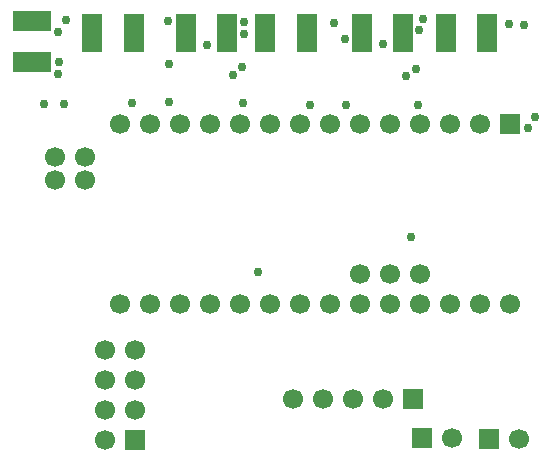
<source format=gbs>
G04 Layer_Color=16711935*
%FSLAX25Y25*%
%MOIN*%
G70*
G01*
G75*
%ADD42C,0.06693*%
%ADD43R,0.06693X0.06693*%
%ADD44R,0.06693X0.06693*%
%ADD45C,0.02953*%
%ADD46R,0.06693X0.12598*%
%ADD47R,0.12598X0.06693*%
D42*
X241102Y409311D02*
D03*
X231102D02*
D03*
X221102D02*
D03*
X141102Y399311D02*
D03*
X151102D02*
D03*
X161102D02*
D03*
X171102D02*
D03*
X181102D02*
D03*
X191102D02*
D03*
X201102D02*
D03*
X211102D02*
D03*
X221102D02*
D03*
X231102D02*
D03*
X241102D02*
D03*
X251102D02*
D03*
X261102D02*
D03*
X271102D02*
D03*
X141102Y459154D02*
D03*
X151102D02*
D03*
X161102D02*
D03*
X171102D02*
D03*
X181102D02*
D03*
X191102D02*
D03*
X201102D02*
D03*
X211102D02*
D03*
X221102D02*
D03*
X231102D02*
D03*
X241102D02*
D03*
X251102D02*
D03*
X261102D02*
D03*
X274094Y354232D02*
D03*
X136063Y383937D02*
D03*
Y373937D02*
D03*
Y363937D02*
D03*
Y353937D02*
D03*
X146063Y383937D02*
D03*
Y373937D02*
D03*
Y363937D02*
D03*
X198681Y367618D02*
D03*
X208681D02*
D03*
X218681D02*
D03*
X228681D02*
D03*
X129410Y440551D02*
D03*
X119410D02*
D03*
X251752Y354528D02*
D03*
X129410Y448183D02*
D03*
X119410D02*
D03*
D43*
X271102Y459154D02*
D03*
X146063Y353937D02*
D03*
D44*
X264094Y354232D02*
D03*
X238681Y367618D02*
D03*
X241752Y354528D02*
D03*
D45*
X181693Y478346D02*
D03*
X236417Y475197D02*
D03*
X239776Y477756D02*
D03*
X240354Y465748D02*
D03*
X182087Y466339D02*
D03*
X216437Y465748D02*
D03*
X216240Y487697D02*
D03*
X145079Y466339D02*
D03*
X157480Y466634D02*
D03*
X122441Y465945D02*
D03*
X120472Y476083D02*
D03*
X157185Y493602D02*
D03*
X157382Y479331D02*
D03*
X178789Y475738D02*
D03*
X120669Y479921D02*
D03*
X182382Y489370D02*
D03*
X270768Y492618D02*
D03*
X240846Y490650D02*
D03*
X276969Y457972D02*
D03*
X279528Y461713D02*
D03*
X275886Y492323D02*
D03*
X204331Y465650D02*
D03*
X212303Y492913D02*
D03*
X115945Y465945D02*
D03*
X170079Y485630D02*
D03*
X182382Y493209D02*
D03*
X242028Y494095D02*
D03*
X123228Y493799D02*
D03*
X120571Y490059D02*
D03*
X228839Y485925D02*
D03*
X187205Y410039D02*
D03*
X238120Y421555D02*
D03*
D46*
X249705Y489468D02*
D03*
X263484D02*
D03*
X131890D02*
D03*
X145669D02*
D03*
X176870D02*
D03*
X163091D02*
D03*
X189567D02*
D03*
X203346D02*
D03*
X235433D02*
D03*
X221654D02*
D03*
D47*
X111811Y493701D02*
D03*
Y479921D02*
D03*
M02*

</source>
